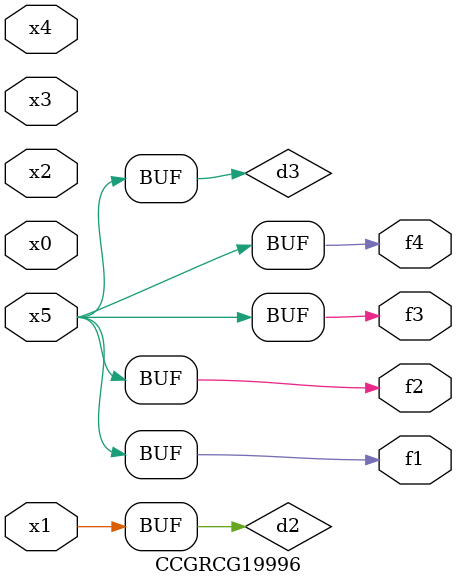
<source format=v>
module CCGRCG19996(
	input x0, x1, x2, x3, x4, x5,
	output f1, f2, f3, f4
);

	wire d1, d2, d3;

	not (d1, x5);
	or (d2, x1);
	xnor (d3, d1);
	assign f1 = d3;
	assign f2 = d3;
	assign f3 = d3;
	assign f4 = d3;
endmodule

</source>
